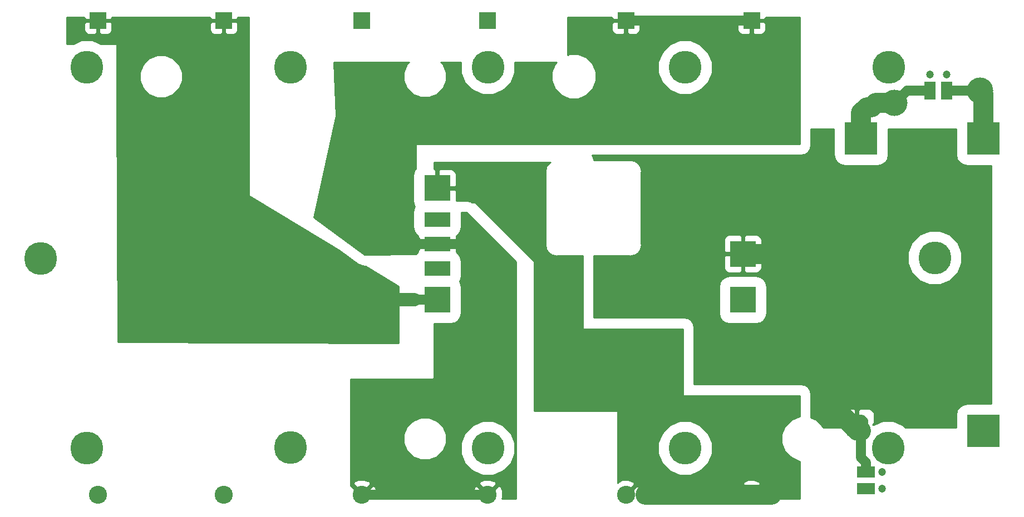
<source format=gtl>
G04 #@! TF.GenerationSoftware,KiCad,Pcbnew,(5.0.2)-1*
G04 #@! TF.CreationDate,2019-04-27T17:24:52-04:00*
G04 #@! TF.ProjectId,2p3s-pwr-pack,32703373-2d70-4777-922d-7061636b2e6b,V1*
G04 #@! TF.SameCoordinates,Original*
G04 #@! TF.FileFunction,Copper,L1,Top*
G04 #@! TF.FilePolarity,Positive*
%FSLAX46Y46*%
G04 Gerber Fmt 4.6, Leading zero omitted, Abs format (unit mm)*
G04 Created by KiCad (PCBNEW (5.0.2)-1) date 4/27/2019 5:24:52 PM*
%MOMM*%
%LPD*%
G01*
G04 APERTURE LIST*
G04 #@! TA.AperFunction,Conductor*
%ADD10C,0.150000*%
G04 #@! TD*
G04 #@! TA.AperFunction,ComponentPad*
%ADD11C,3.500000*%
G04 #@! TD*
G04 #@! TA.AperFunction,ComponentPad*
%ADD12R,5.000000X5.000000*%
G04 #@! TD*
G04 #@! TA.AperFunction,ComponentPad*
%ADD13R,2.500000X2.500000*%
G04 #@! TD*
G04 #@! TA.AperFunction,ComponentPad*
%ADD14C,2.750000*%
G04 #@! TD*
G04 #@! TA.AperFunction,BGAPad,CuDef*
%ADD15C,0.152400*%
G04 #@! TD*
G04 #@! TA.AperFunction,ComponentPad*
%ADD16C,1.200000*%
G04 #@! TD*
G04 #@! TA.AperFunction,ComponentPad*
%ADD17R,2.700000X1.700000*%
G04 #@! TD*
G04 #@! TA.AperFunction,ComponentPad*
%ADD18C,4.000000*%
G04 #@! TD*
G04 #@! TA.AperFunction,ComponentPad*
%ADD19R,4.000000X4.000000*%
G04 #@! TD*
G04 #@! TA.AperFunction,ComponentPad*
%ADD20R,4.000000X2.300000*%
G04 #@! TD*
G04 #@! TA.AperFunction,ComponentPad*
%ADD21C,5.000000*%
G04 #@! TD*
G04 #@! TA.AperFunction,ComponentPad*
%ADD22R,1.700000X2.700000*%
G04 #@! TD*
G04 #@! TA.AperFunction,Conductor*
%ADD23C,1.524000*%
G04 #@! TD*
G04 #@! TA.AperFunction,Conductor*
%ADD24C,3.048000*%
G04 #@! TD*
G04 #@! TA.AperFunction,Conductor*
%ADD25C,2.032000*%
G04 #@! TD*
G04 #@! TA.AperFunction,Conductor*
%ADD26C,0.254000*%
G04 #@! TD*
G04 APERTURE END LIST*
D10*
G04 #@! TO.N,GND1*
G04 #@! TO.C,MOD1*
G36*
X184493871Y-127475299D02*
X184612786Y-127492938D01*
X184729399Y-127522148D01*
X184842587Y-127562648D01*
X184951261Y-127614046D01*
X185054374Y-127675850D01*
X185150932Y-127747462D01*
X185240006Y-127828194D01*
X185320738Y-127917268D01*
X185392350Y-128013826D01*
X185454154Y-128116939D01*
X185505552Y-128225613D01*
X185546052Y-128338801D01*
X185575262Y-128455414D01*
X185592901Y-128574329D01*
X185598800Y-128694400D01*
X185598800Y-129744400D01*
X185592901Y-129864471D01*
X185575262Y-129983386D01*
X185546052Y-130099999D01*
X185505552Y-130213187D01*
X185454154Y-130321861D01*
X185392350Y-130424974D01*
X185320738Y-130521532D01*
X185240006Y-130610606D01*
X185150932Y-130691338D01*
X185054374Y-130762950D01*
X184951261Y-130824754D01*
X184842587Y-130876152D01*
X184729399Y-130916652D01*
X184612786Y-130945862D01*
X184493871Y-130963501D01*
X184373800Y-130969400D01*
X183323800Y-130969400D01*
X183203729Y-130963501D01*
X183084814Y-130945862D01*
X182968201Y-130916652D01*
X182855013Y-130876152D01*
X182746339Y-130824754D01*
X182643226Y-130762950D01*
X182546668Y-130691338D01*
X182457594Y-130610606D01*
X182376862Y-130521532D01*
X182305250Y-130424974D01*
X182243446Y-130321861D01*
X182192048Y-130213187D01*
X182151548Y-130099999D01*
X182122338Y-129983386D01*
X182104699Y-129864471D01*
X182098800Y-129744400D01*
X182098800Y-128694400D01*
X182104699Y-128574329D01*
X182122338Y-128455414D01*
X182151548Y-128338801D01*
X182192048Y-128225613D01*
X182243446Y-128116939D01*
X182305250Y-128013826D01*
X182376862Y-127917268D01*
X182457594Y-127828194D01*
X182546668Y-127747462D01*
X182643226Y-127675850D01*
X182746339Y-127614046D01*
X182855013Y-127562648D01*
X182968201Y-127522148D01*
X183084814Y-127492938D01*
X183203729Y-127475299D01*
X183323800Y-127469400D01*
X184373800Y-127469400D01*
X184493871Y-127475299D01*
X184493871Y-127475299D01*
G37*
D11*
G04 #@! TD*
G04 #@! TO.P,MOD1,3*
G04 #@! TO.N,GND1*
X183848800Y-129219400D03*
D12*
G04 #@! TO.P,MOD1,2*
G04 #@! TO.N,V_IN-*
X184500000Y-85400000D03*
G04 #@! TO.P,MOD1,1*
G04 #@! TO.N,V_IN+*
X203100000Y-85400000D03*
G04 #@! TO.P,MOD1,4*
G04 #@! TO.N,Net-(D1-Pad2)*
X203100000Y-130000000D03*
G04 #@! TD*
D13*
G04 #@! TO.P,BATT1,1*
G04 #@! TO.N,Net-(BATT1-Pad1)*
X167840001Y-67465001D03*
D14*
G04 #@! TO.P,BATT1,2*
G04 #@! TO.N,Net-(BATT1-Pad2)*
X167840001Y-139685001D03*
X148710001Y-139685001D03*
D13*
G04 #@! TO.P,BATT1,1*
G04 #@! TO.N,Net-(BATT1-Pad1)*
X148710001Y-67465001D03*
G04 #@! TD*
G04 #@! TO.P,BATT3,1*
G04 #@! TO.N,B+*
X68410001Y-67465001D03*
D14*
G04 #@! TO.P,BATT3,2*
G04 #@! TO.N,Net-(BATT2-Pad1)*
X68410001Y-139685001D03*
X87540001Y-139685001D03*
D13*
G04 #@! TO.P,BATT3,1*
G04 #@! TO.N,B+*
X87540001Y-67465001D03*
G04 #@! TD*
D15*
G04 #@! TO.P,BATT2,*
G04 #@! TO.N,*
X100616600Y-75955800D03*
D13*
G04 #@! TO.P,BATT2,1*
G04 #@! TO.N,Net-(BATT2-Pad1)*
X127681600Y-67445800D03*
D14*
G04 #@! TO.P,BATT2,2*
G04 #@! TO.N,Net-(BATT1-Pad1)*
X127681600Y-139665800D03*
X108551600Y-139665800D03*
D13*
G04 #@! TO.P,BATT2,1*
G04 #@! TO.N,Net-(BATT2-Pad1)*
X108551600Y-67445800D03*
G04 #@! TD*
D16*
G04 #@! TO.P,P13,*
G04 #@! TO.N,*
X187700000Y-136230000D03*
X187700000Y-138770000D03*
D17*
G04 #@! TO.P,P13,2*
G04 #@! TO.N,GND1*
X185250000Y-136230000D03*
G04 #@! TO.P,P13,1*
G04 #@! TO.N,P+*
X185250000Y-138770000D03*
G04 #@! TD*
D18*
G04 #@! TO.P,P14,1*
G04 #@! TO.N,V_IN+*
X202565000Y-78105000D03*
G04 #@! TD*
G04 #@! TO.P,P15,1*
G04 #@! TO.N,V_IN-*
X189560200Y-80010000D03*
G04 #@! TD*
D19*
G04 #@! TO.P,MOD2,6*
G04 #@! TO.N,GND1*
X166500000Y-103000000D03*
G04 #@! TO.P,MOD2,7*
G04 #@! TO.N,P+*
X166500000Y-110000000D03*
D20*
G04 #@! TO.P,MOD2,4*
G04 #@! TO.N,Net-(MOD2-Pad4)*
X120000000Y-97750000D03*
G04 #@! TO.P,MOD2,3*
G04 #@! TO.N,Net-(BATT1-Pad1)*
X120000000Y-101500000D03*
G04 #@! TO.P,MOD2,2*
G04 #@! TO.N,Net-(BATT2-Pad1)*
X120000000Y-105250000D03*
D19*
G04 #@! TO.P,MOD2,5*
G04 #@! TO.N,Net-(BATT1-Pad2)*
X120000000Y-93000000D03*
G04 #@! TO.P,MOD2,1*
G04 #@! TO.N,B+*
X120000000Y-110000000D03*
G04 #@! TD*
D21*
G04 #@! TO.P,P1,*
G04 #@! TO.N,*
X59700000Y-103700000D03*
G04 #@! TD*
G04 #@! TO.P,P2,*
G04 #@! TO.N,*
X66700000Y-74600000D03*
G04 #@! TD*
G04 #@! TO.P,P3,*
G04 #@! TO.N,*
X66700000Y-132600000D03*
G04 #@! TD*
G04 #@! TO.P,P4,*
G04 #@! TO.N,*
X97700000Y-74600000D03*
G04 #@! TD*
G04 #@! TO.P,P5,*
G04 #@! TO.N,*
X97700000Y-132500000D03*
G04 #@! TD*
G04 #@! TO.P,P6,*
G04 #@! TO.N,*
X127700000Y-74600000D03*
G04 #@! TD*
G04 #@! TO.P,P7,*
G04 #@! TO.N,*
X127700000Y-132600000D03*
G04 #@! TD*
G04 #@! TO.P,P8,*
G04 #@! TO.N,*
X157700000Y-74600000D03*
G04 #@! TD*
G04 #@! TO.P,P9,*
G04 #@! TO.N,*
X157700000Y-132600000D03*
G04 #@! TD*
G04 #@! TO.P,P10,*
G04 #@! TO.N,*
X188700000Y-74600000D03*
G04 #@! TD*
G04 #@! TO.P,P11,*
G04 #@! TO.N,*
X188600000Y-132600000D03*
G04 #@! TD*
G04 #@! TO.P,P12,*
G04 #@! TO.N,*
X195700000Y-103600000D03*
G04 #@! TD*
D22*
G04 #@! TO.P,P16,1*
G04 #@! TO.N,V_IN+*
X197485000Y-78105000D03*
G04 #@! TO.P,P16,2*
G04 #@! TO.N,V_IN-*
X194945000Y-78105000D03*
D16*
G04 #@! TO.P,P16,*
G04 #@! TO.N,*
X197485000Y-75655000D03*
X194945000Y-75655000D03*
G04 #@! TD*
D23*
G04 #@! TO.N,GND1*
X185250000Y-136230000D02*
X185250000Y-134790000D01*
X184500000Y-134040000D02*
X184500000Y-130000000D01*
X185250000Y-134790000D02*
X184500000Y-134040000D01*
D24*
X166500000Y-103000000D02*
X171548000Y-103000000D01*
X171548000Y-103000000D02*
X179362100Y-110814100D01*
X179362100Y-110814100D02*
X179362100Y-125374400D01*
X183987700Y-130000000D02*
X184500000Y-130000000D01*
X179362100Y-125374400D02*
X183987700Y-130000000D01*
D23*
G04 #@! TO.N,Net-(BATT1-Pad1)*
X120000000Y-101500000D02*
X116168500Y-101500000D01*
D24*
X116168500Y-101500000D02*
X114122200Y-99453700D01*
X114122200Y-99453700D02*
X114122200Y-94703900D01*
X114122200Y-94703900D02*
X111404400Y-91986100D01*
D23*
X120000000Y-101500000D02*
X123293200Y-101500000D01*
X125737057Y-139665800D02*
X108551600Y-139665800D01*
X127681600Y-139665800D02*
X125737057Y-139665800D01*
X151484001Y-67465001D02*
X167840001Y-67465001D01*
X148710001Y-67465001D02*
X151484001Y-67465001D01*
D24*
G04 #@! TO.N,Net-(BATT1-Pad2)*
X151710001Y-139685001D02*
X170840001Y-139685001D01*
D23*
G04 #@! TO.N,B+*
X120000000Y-110000000D02*
X116553200Y-110000000D01*
D25*
X116553200Y-110000000D02*
X115600700Y-110000000D01*
X115600700Y-110000000D02*
X112478600Y-110000000D01*
D24*
G04 #@! TO.N,V_IN+*
X203100000Y-78640000D02*
X202565000Y-78105000D01*
X203100000Y-85400000D02*
X203100000Y-78640000D01*
D23*
X197485000Y-78105000D02*
X202565000Y-78105000D01*
G04 #@! TO.N,V_IN-*
X191465200Y-78105000D02*
X189560200Y-80010000D01*
X194945000Y-78105000D02*
X191465200Y-78105000D01*
D24*
X186731773Y-80010000D02*
X186096773Y-80645000D01*
X189560200Y-80010000D02*
X186731773Y-80010000D01*
X186096773Y-80645000D02*
X185420000Y-80645000D01*
X184500000Y-81565000D02*
X184500000Y-85400000D01*
X185420000Y-80645000D02*
X184500000Y-81565000D01*
G04 #@! TD*
D26*
G04 #@! TO.N,B+*
G36*
X66271001Y-67052251D02*
X66493251Y-67274501D01*
X68219501Y-67274501D01*
X68219501Y-67254501D01*
X68600501Y-67254501D01*
X68600501Y-67274501D01*
X70326751Y-67274501D01*
X70549001Y-67052251D01*
X70549001Y-66952000D01*
X85401001Y-66952000D01*
X85401001Y-67052251D01*
X85623251Y-67274501D01*
X87349501Y-67274501D01*
X87349501Y-67254501D01*
X87730501Y-67254501D01*
X87730501Y-67274501D01*
X89456751Y-67274501D01*
X89679001Y-67052251D01*
X89679001Y-66952000D01*
X91313000Y-66952000D01*
X91313000Y-94056200D01*
X91322667Y-94104801D01*
X91350197Y-94146003D01*
X91374357Y-94164920D01*
X105083607Y-102442347D01*
X107967410Y-104551536D01*
X108316143Y-104745908D01*
X108939647Y-104865258D01*
X109094631Y-104864139D01*
X114134487Y-107907124D01*
X114084829Y-116547600D01*
X71462179Y-116446599D01*
X71247000Y-78739625D01*
X71247000Y-75329133D01*
X74728001Y-75329133D01*
X74728001Y-76620869D01*
X75222328Y-77814278D01*
X76135724Y-78727674D01*
X77329133Y-79222001D01*
X78620869Y-79222001D01*
X79814278Y-78727674D01*
X80727674Y-77814278D01*
X81222001Y-76620869D01*
X81222001Y-75329133D01*
X80727674Y-74135724D01*
X79814278Y-73222328D01*
X78620869Y-72728001D01*
X77329133Y-72728001D01*
X76135724Y-73222328D01*
X75222328Y-74135724D01*
X74728001Y-75329133D01*
X71247000Y-75329133D01*
X71247000Y-71120000D01*
X71237333Y-71071399D01*
X71209803Y-71030197D01*
X71168601Y-71002667D01*
X71120000Y-70993000D01*
X68776303Y-70993000D01*
X67520911Y-70473000D01*
X65879089Y-70473000D01*
X64623697Y-70993000D01*
X63627000Y-70993000D01*
X63627000Y-67877751D01*
X66271001Y-67877751D01*
X66271001Y-68891834D01*
X66406343Y-69218579D01*
X66656423Y-69468659D01*
X66983168Y-69604001D01*
X67997251Y-69604001D01*
X68219501Y-69381751D01*
X68219501Y-67655501D01*
X68600501Y-67655501D01*
X68600501Y-69381751D01*
X68822751Y-69604001D01*
X69836834Y-69604001D01*
X70163579Y-69468659D01*
X70413659Y-69218579D01*
X70549001Y-68891834D01*
X70549001Y-67877751D01*
X85401001Y-67877751D01*
X85401001Y-68891834D01*
X85536343Y-69218579D01*
X85786423Y-69468659D01*
X86113168Y-69604001D01*
X87127251Y-69604001D01*
X87349501Y-69381751D01*
X87349501Y-67655501D01*
X87730501Y-67655501D01*
X87730501Y-69381751D01*
X87952751Y-69604001D01*
X88966834Y-69604001D01*
X89293579Y-69468659D01*
X89543659Y-69218579D01*
X89679001Y-68891834D01*
X89679001Y-67877751D01*
X89456751Y-67655501D01*
X87730501Y-67655501D01*
X87349501Y-67655501D01*
X85623251Y-67655501D01*
X85401001Y-67877751D01*
X70549001Y-67877751D01*
X70326751Y-67655501D01*
X68600501Y-67655501D01*
X68219501Y-67655501D01*
X66493251Y-67655501D01*
X66271001Y-67877751D01*
X63627000Y-67877751D01*
X63627000Y-66952000D01*
X66271001Y-66952000D01*
X66271001Y-67052251D01*
X66271001Y-67052251D01*
G37*
X66271001Y-67052251D02*
X66493251Y-67274501D01*
X68219501Y-67274501D01*
X68219501Y-67254501D01*
X68600501Y-67254501D01*
X68600501Y-67274501D01*
X70326751Y-67274501D01*
X70549001Y-67052251D01*
X70549001Y-66952000D01*
X85401001Y-66952000D01*
X85401001Y-67052251D01*
X85623251Y-67274501D01*
X87349501Y-67274501D01*
X87349501Y-67254501D01*
X87730501Y-67254501D01*
X87730501Y-67274501D01*
X89456751Y-67274501D01*
X89679001Y-67052251D01*
X89679001Y-66952000D01*
X91313000Y-66952000D01*
X91313000Y-94056200D01*
X91322667Y-94104801D01*
X91350197Y-94146003D01*
X91374357Y-94164920D01*
X105083607Y-102442347D01*
X107967410Y-104551536D01*
X108316143Y-104745908D01*
X108939647Y-104865258D01*
X109094631Y-104864139D01*
X114134487Y-107907124D01*
X114084829Y-116547600D01*
X71462179Y-116446599D01*
X71247000Y-78739625D01*
X71247000Y-75329133D01*
X74728001Y-75329133D01*
X74728001Y-76620869D01*
X75222328Y-77814278D01*
X76135724Y-78727674D01*
X77329133Y-79222001D01*
X78620869Y-79222001D01*
X79814278Y-78727674D01*
X80727674Y-77814278D01*
X81222001Y-76620869D01*
X81222001Y-75329133D01*
X80727674Y-74135724D01*
X79814278Y-73222328D01*
X78620869Y-72728001D01*
X77329133Y-72728001D01*
X76135724Y-73222328D01*
X75222328Y-74135724D01*
X74728001Y-75329133D01*
X71247000Y-75329133D01*
X71247000Y-71120000D01*
X71237333Y-71071399D01*
X71209803Y-71030197D01*
X71168601Y-71002667D01*
X71120000Y-70993000D01*
X68776303Y-70993000D01*
X67520911Y-70473000D01*
X65879089Y-70473000D01*
X64623697Y-70993000D01*
X63627000Y-70993000D01*
X63627000Y-67877751D01*
X66271001Y-67877751D01*
X66271001Y-68891834D01*
X66406343Y-69218579D01*
X66656423Y-69468659D01*
X66983168Y-69604001D01*
X67997251Y-69604001D01*
X68219501Y-69381751D01*
X68219501Y-67655501D01*
X68600501Y-67655501D01*
X68600501Y-69381751D01*
X68822751Y-69604001D01*
X69836834Y-69604001D01*
X70163579Y-69468659D01*
X70413659Y-69218579D01*
X70549001Y-68891834D01*
X70549001Y-67877751D01*
X85401001Y-67877751D01*
X85401001Y-68891834D01*
X85536343Y-69218579D01*
X85786423Y-69468659D01*
X86113168Y-69604001D01*
X87127251Y-69604001D01*
X87349501Y-69381751D01*
X87349501Y-67655501D01*
X87730501Y-67655501D01*
X87730501Y-69381751D01*
X87952751Y-69604001D01*
X88966834Y-69604001D01*
X89293579Y-69468659D01*
X89543659Y-69218579D01*
X89679001Y-68891834D01*
X89679001Y-67877751D01*
X89456751Y-67655501D01*
X87730501Y-67655501D01*
X87349501Y-67655501D01*
X85623251Y-67655501D01*
X85401001Y-67877751D01*
X70549001Y-67877751D01*
X70326751Y-67655501D01*
X68600501Y-67655501D01*
X68219501Y-67655501D01*
X66493251Y-67655501D01*
X66271001Y-67877751D01*
X63627000Y-67877751D01*
X63627000Y-66952000D01*
X66271001Y-66952000D01*
X66271001Y-67052251D01*
G04 #@! TO.N,Net-(BATT1-Pad1)*
G36*
X146571001Y-67052251D02*
X146793251Y-67274501D01*
X148519501Y-67274501D01*
X148519501Y-67254501D01*
X148900501Y-67254501D01*
X148900501Y-67274501D01*
X150626751Y-67274501D01*
X150849001Y-67052251D01*
X150849001Y-66952000D01*
X165701001Y-66952000D01*
X165701001Y-67052251D01*
X165923251Y-67274501D01*
X167649501Y-67274501D01*
X167649501Y-67254501D01*
X168030501Y-67254501D01*
X168030501Y-67274501D01*
X169756751Y-67274501D01*
X169979001Y-67052251D01*
X169979001Y-66952000D01*
X175133000Y-66952000D01*
X175133000Y-86233000D01*
X116840000Y-86233000D01*
X116791399Y-86242667D01*
X116750197Y-86270197D01*
X116722667Y-86311399D01*
X116713000Y-86360000D01*
X116713000Y-89997610D01*
X116467400Y-90365176D01*
X116341126Y-91000000D01*
X116341126Y-95000000D01*
X116467400Y-95634824D01*
X116577767Y-95800000D01*
X116467400Y-95965176D01*
X116341126Y-96600000D01*
X116341126Y-98900000D01*
X116467400Y-99534824D01*
X116826999Y-100073001D01*
X117111000Y-100262765D01*
X117111000Y-101087250D01*
X117333250Y-101309500D01*
X119809500Y-101309500D01*
X119809500Y-101289500D01*
X120190500Y-101289500D01*
X120190500Y-101309500D01*
X122666750Y-101309500D01*
X122889000Y-101087250D01*
X122889000Y-100262765D01*
X123173001Y-100073001D01*
X123532600Y-99534824D01*
X123658874Y-98900000D01*
X123658874Y-96647000D01*
X124407394Y-96647000D01*
X131953000Y-104192606D01*
X131953000Y-140298000D01*
X129860843Y-140298000D01*
X129962990Y-140017600D01*
X129923957Y-139117771D01*
X129654701Y-138467729D01*
X129285239Y-138331569D01*
X127951008Y-139665800D01*
X127965150Y-139679942D01*
X127695742Y-139949350D01*
X127681600Y-139935208D01*
X127667458Y-139949350D01*
X127398050Y-139679942D01*
X127412192Y-139665800D01*
X126077961Y-138331569D01*
X125708499Y-138467729D01*
X125400210Y-139314000D01*
X125439243Y-140213829D01*
X125474108Y-140298000D01*
X110730843Y-140298000D01*
X110832990Y-140017600D01*
X110793957Y-139117771D01*
X110524701Y-138467729D01*
X110155239Y-138331569D01*
X108821008Y-139665800D01*
X108835150Y-139679942D01*
X108565742Y-139949350D01*
X108551600Y-139935208D01*
X108537458Y-139949350D01*
X108268050Y-139679942D01*
X108282192Y-139665800D01*
X106947961Y-138331569D01*
X106807000Y-138383518D01*
X106807000Y-138062161D01*
X107217369Y-138062161D01*
X108551600Y-139396392D01*
X109885831Y-138062161D01*
X126347369Y-138062161D01*
X127681600Y-139396392D01*
X129015831Y-138062161D01*
X128879671Y-137692699D01*
X128033400Y-137384410D01*
X127133571Y-137423443D01*
X126483529Y-137692699D01*
X126347369Y-138062161D01*
X109885831Y-138062161D01*
X109749671Y-137692699D01*
X108903400Y-137384410D01*
X108003571Y-137423443D01*
X107353529Y-137692699D01*
X107217369Y-138062161D01*
X106807000Y-138062161D01*
X106807000Y-130509932D01*
X114869600Y-130509932D01*
X114869600Y-131801668D01*
X115363927Y-132995077D01*
X116277323Y-133908473D01*
X117470732Y-134402800D01*
X118762468Y-134402800D01*
X119955877Y-133908473D01*
X120869273Y-132995077D01*
X121363600Y-131801668D01*
X121363600Y-131779089D01*
X123573000Y-131779089D01*
X123573000Y-133420911D01*
X124201298Y-134937758D01*
X125362242Y-136098702D01*
X126879089Y-136727000D01*
X128520911Y-136727000D01*
X130037758Y-136098702D01*
X131198702Y-134937758D01*
X131827000Y-133420911D01*
X131827000Y-131779089D01*
X131198702Y-130262242D01*
X130037758Y-129101298D01*
X128520911Y-128473000D01*
X126879089Y-128473000D01*
X125362242Y-129101298D01*
X124201298Y-130262242D01*
X123573000Y-131779089D01*
X121363600Y-131779089D01*
X121363600Y-130509932D01*
X120869273Y-129316523D01*
X119955877Y-128403127D01*
X118762468Y-127908800D01*
X117470732Y-127908800D01*
X116277323Y-128403127D01*
X115363927Y-129316523D01*
X114869600Y-130509932D01*
X106807000Y-130509932D01*
X106807000Y-122047000D01*
X119380000Y-122047000D01*
X119428601Y-122037333D01*
X119469803Y-122009803D01*
X119497333Y-121968601D01*
X119506998Y-121920688D01*
X119551747Y-113658874D01*
X122000000Y-113658874D01*
X122634824Y-113532600D01*
X123173001Y-113173001D01*
X123532600Y-112634824D01*
X123658874Y-112000000D01*
X123658874Y-108000000D01*
X123532600Y-107365176D01*
X123422233Y-107200000D01*
X123532600Y-107034824D01*
X123658874Y-106400000D01*
X123658874Y-104100000D01*
X123532600Y-103465176D01*
X123173001Y-102926999D01*
X122889000Y-102737235D01*
X122889000Y-101912750D01*
X122666750Y-101690500D01*
X120190500Y-101690500D01*
X120190500Y-101710500D01*
X119809500Y-101710500D01*
X119809500Y-101690500D01*
X117333250Y-101690500D01*
X117111000Y-101912750D01*
X117111000Y-102737235D01*
X116826999Y-102926999D01*
X116741551Y-103054880D01*
X108968977Y-103111000D01*
X101221102Y-97444270D01*
X104619644Y-81967639D01*
X104622483Y-81934951D01*
X104272571Y-73787000D01*
X115693450Y-73787000D01*
X115363927Y-74116523D01*
X114869600Y-75309932D01*
X114869600Y-76601668D01*
X115363927Y-77795077D01*
X116277323Y-78708473D01*
X117470732Y-79202800D01*
X118762468Y-79202800D01*
X119955877Y-78708473D01*
X120869273Y-77795077D01*
X121363600Y-76601668D01*
X121363600Y-75309932D01*
X120869273Y-74116523D01*
X120539750Y-73787000D01*
X123573000Y-73787000D01*
X123573000Y-75420911D01*
X124201298Y-76937758D01*
X125362242Y-78098702D01*
X126879089Y-78727000D01*
X128520911Y-78727000D01*
X130037758Y-78098702D01*
X131198702Y-76937758D01*
X131827000Y-75420911D01*
X131827000Y-73787000D01*
X138151848Y-73787000D01*
X137890925Y-74047923D01*
X137373001Y-75298301D01*
X137373001Y-76651701D01*
X137890925Y-77902079D01*
X138847923Y-78859077D01*
X140098301Y-79377001D01*
X141451701Y-79377001D01*
X142702079Y-78859077D01*
X143659077Y-77902079D01*
X144177001Y-76651701D01*
X144177001Y-75298301D01*
X143659077Y-74047923D01*
X143390243Y-73779089D01*
X153573000Y-73779089D01*
X153573000Y-75420911D01*
X154201298Y-76937758D01*
X155362242Y-78098702D01*
X156879089Y-78727000D01*
X158520911Y-78727000D01*
X160037758Y-78098702D01*
X161198702Y-76937758D01*
X161827000Y-75420911D01*
X161827000Y-73779089D01*
X161198702Y-72262242D01*
X160037758Y-71101298D01*
X158520911Y-70473000D01*
X156879089Y-70473000D01*
X155362242Y-71101298D01*
X154201298Y-72262242D01*
X153573000Y-73779089D01*
X143390243Y-73779089D01*
X142702079Y-73090925D01*
X141451701Y-72573001D01*
X140098301Y-72573001D01*
X139827000Y-72685378D01*
X139827000Y-67877751D01*
X146571001Y-67877751D01*
X146571001Y-68891834D01*
X146706343Y-69218579D01*
X146956423Y-69468659D01*
X147283168Y-69604001D01*
X148297251Y-69604001D01*
X148519501Y-69381751D01*
X148519501Y-67655501D01*
X148900501Y-67655501D01*
X148900501Y-69381751D01*
X149122751Y-69604001D01*
X150136834Y-69604001D01*
X150463579Y-69468659D01*
X150713659Y-69218579D01*
X150849001Y-68891834D01*
X150849001Y-67877751D01*
X165701001Y-67877751D01*
X165701001Y-68891834D01*
X165836343Y-69218579D01*
X166086423Y-69468659D01*
X166413168Y-69604001D01*
X167427251Y-69604001D01*
X167649501Y-69381751D01*
X167649501Y-67655501D01*
X168030501Y-67655501D01*
X168030501Y-69381751D01*
X168252751Y-69604001D01*
X169266834Y-69604001D01*
X169593579Y-69468659D01*
X169843659Y-69218579D01*
X169979001Y-68891834D01*
X169979001Y-67877751D01*
X169756751Y-67655501D01*
X168030501Y-67655501D01*
X167649501Y-67655501D01*
X165923251Y-67655501D01*
X165701001Y-67877751D01*
X150849001Y-67877751D01*
X150626751Y-67655501D01*
X148900501Y-67655501D01*
X148519501Y-67655501D01*
X146793251Y-67655501D01*
X146571001Y-67877751D01*
X139827000Y-67877751D01*
X139827000Y-66952000D01*
X146571001Y-66952000D01*
X146571001Y-67052251D01*
X146571001Y-67052251D01*
G37*
X146571001Y-67052251D02*
X146793251Y-67274501D01*
X148519501Y-67274501D01*
X148519501Y-67254501D01*
X148900501Y-67254501D01*
X148900501Y-67274501D01*
X150626751Y-67274501D01*
X150849001Y-67052251D01*
X150849001Y-66952000D01*
X165701001Y-66952000D01*
X165701001Y-67052251D01*
X165923251Y-67274501D01*
X167649501Y-67274501D01*
X167649501Y-67254501D01*
X168030501Y-67254501D01*
X168030501Y-67274501D01*
X169756751Y-67274501D01*
X169979001Y-67052251D01*
X169979001Y-66952000D01*
X175133000Y-66952000D01*
X175133000Y-86233000D01*
X116840000Y-86233000D01*
X116791399Y-86242667D01*
X116750197Y-86270197D01*
X116722667Y-86311399D01*
X116713000Y-86360000D01*
X116713000Y-89997610D01*
X116467400Y-90365176D01*
X116341126Y-91000000D01*
X116341126Y-95000000D01*
X116467400Y-95634824D01*
X116577767Y-95800000D01*
X116467400Y-95965176D01*
X116341126Y-96600000D01*
X116341126Y-98900000D01*
X116467400Y-99534824D01*
X116826999Y-100073001D01*
X117111000Y-100262765D01*
X117111000Y-101087250D01*
X117333250Y-101309500D01*
X119809500Y-101309500D01*
X119809500Y-101289500D01*
X120190500Y-101289500D01*
X120190500Y-101309500D01*
X122666750Y-101309500D01*
X122889000Y-101087250D01*
X122889000Y-100262765D01*
X123173001Y-100073001D01*
X123532600Y-99534824D01*
X123658874Y-98900000D01*
X123658874Y-96647000D01*
X124407394Y-96647000D01*
X131953000Y-104192606D01*
X131953000Y-140298000D01*
X129860843Y-140298000D01*
X129962990Y-140017600D01*
X129923957Y-139117771D01*
X129654701Y-138467729D01*
X129285239Y-138331569D01*
X127951008Y-139665800D01*
X127965150Y-139679942D01*
X127695742Y-139949350D01*
X127681600Y-139935208D01*
X127667458Y-139949350D01*
X127398050Y-139679942D01*
X127412192Y-139665800D01*
X126077961Y-138331569D01*
X125708499Y-138467729D01*
X125400210Y-139314000D01*
X125439243Y-140213829D01*
X125474108Y-140298000D01*
X110730843Y-140298000D01*
X110832990Y-140017600D01*
X110793957Y-139117771D01*
X110524701Y-138467729D01*
X110155239Y-138331569D01*
X108821008Y-139665800D01*
X108835150Y-139679942D01*
X108565742Y-139949350D01*
X108551600Y-139935208D01*
X108537458Y-139949350D01*
X108268050Y-139679942D01*
X108282192Y-139665800D01*
X106947961Y-138331569D01*
X106807000Y-138383518D01*
X106807000Y-138062161D01*
X107217369Y-138062161D01*
X108551600Y-139396392D01*
X109885831Y-138062161D01*
X126347369Y-138062161D01*
X127681600Y-139396392D01*
X129015831Y-138062161D01*
X128879671Y-137692699D01*
X128033400Y-137384410D01*
X127133571Y-137423443D01*
X126483529Y-137692699D01*
X126347369Y-138062161D01*
X109885831Y-138062161D01*
X109749671Y-137692699D01*
X108903400Y-137384410D01*
X108003571Y-137423443D01*
X107353529Y-137692699D01*
X107217369Y-138062161D01*
X106807000Y-138062161D01*
X106807000Y-130509932D01*
X114869600Y-130509932D01*
X114869600Y-131801668D01*
X115363927Y-132995077D01*
X116277323Y-133908473D01*
X117470732Y-134402800D01*
X118762468Y-134402800D01*
X119955877Y-133908473D01*
X120869273Y-132995077D01*
X121363600Y-131801668D01*
X121363600Y-131779089D01*
X123573000Y-131779089D01*
X123573000Y-133420911D01*
X124201298Y-134937758D01*
X125362242Y-136098702D01*
X126879089Y-136727000D01*
X128520911Y-136727000D01*
X130037758Y-136098702D01*
X131198702Y-134937758D01*
X131827000Y-133420911D01*
X131827000Y-131779089D01*
X131198702Y-130262242D01*
X130037758Y-129101298D01*
X128520911Y-128473000D01*
X126879089Y-128473000D01*
X125362242Y-129101298D01*
X124201298Y-130262242D01*
X123573000Y-131779089D01*
X121363600Y-131779089D01*
X121363600Y-130509932D01*
X120869273Y-129316523D01*
X119955877Y-128403127D01*
X118762468Y-127908800D01*
X117470732Y-127908800D01*
X116277323Y-128403127D01*
X115363927Y-129316523D01*
X114869600Y-130509932D01*
X106807000Y-130509932D01*
X106807000Y-122047000D01*
X119380000Y-122047000D01*
X119428601Y-122037333D01*
X119469803Y-122009803D01*
X119497333Y-121968601D01*
X119506998Y-121920688D01*
X119551747Y-113658874D01*
X122000000Y-113658874D01*
X122634824Y-113532600D01*
X123173001Y-113173001D01*
X123532600Y-112634824D01*
X123658874Y-112000000D01*
X123658874Y-108000000D01*
X123532600Y-107365176D01*
X123422233Y-107200000D01*
X123532600Y-107034824D01*
X123658874Y-106400000D01*
X123658874Y-104100000D01*
X123532600Y-103465176D01*
X123173001Y-102926999D01*
X122889000Y-102737235D01*
X122889000Y-101912750D01*
X122666750Y-101690500D01*
X120190500Y-101690500D01*
X120190500Y-101710500D01*
X119809500Y-101710500D01*
X119809500Y-101690500D01*
X117333250Y-101690500D01*
X117111000Y-101912750D01*
X117111000Y-102737235D01*
X116826999Y-102926999D01*
X116741551Y-103054880D01*
X108968977Y-103111000D01*
X101221102Y-97444270D01*
X104619644Y-81967639D01*
X104622483Y-81934951D01*
X104272571Y-73787000D01*
X115693450Y-73787000D01*
X115363927Y-74116523D01*
X114869600Y-75309932D01*
X114869600Y-76601668D01*
X115363927Y-77795077D01*
X116277323Y-78708473D01*
X117470732Y-79202800D01*
X118762468Y-79202800D01*
X119955877Y-78708473D01*
X120869273Y-77795077D01*
X121363600Y-76601668D01*
X121363600Y-75309932D01*
X120869273Y-74116523D01*
X120539750Y-73787000D01*
X123573000Y-73787000D01*
X123573000Y-75420911D01*
X124201298Y-76937758D01*
X125362242Y-78098702D01*
X126879089Y-78727000D01*
X128520911Y-78727000D01*
X130037758Y-78098702D01*
X131198702Y-76937758D01*
X131827000Y-75420911D01*
X131827000Y-73787000D01*
X138151848Y-73787000D01*
X137890925Y-74047923D01*
X137373001Y-75298301D01*
X137373001Y-76651701D01*
X137890925Y-77902079D01*
X138847923Y-78859077D01*
X140098301Y-79377001D01*
X141451701Y-79377001D01*
X142702079Y-78859077D01*
X143659077Y-77902079D01*
X144177001Y-76651701D01*
X144177001Y-75298301D01*
X143659077Y-74047923D01*
X143390243Y-73779089D01*
X153573000Y-73779089D01*
X153573000Y-75420911D01*
X154201298Y-76937758D01*
X155362242Y-78098702D01*
X156879089Y-78727000D01*
X158520911Y-78727000D01*
X160037758Y-78098702D01*
X161198702Y-76937758D01*
X161827000Y-75420911D01*
X161827000Y-73779089D01*
X161198702Y-72262242D01*
X160037758Y-71101298D01*
X158520911Y-70473000D01*
X156879089Y-70473000D01*
X155362242Y-71101298D01*
X154201298Y-72262242D01*
X153573000Y-73779089D01*
X143390243Y-73779089D01*
X142702079Y-73090925D01*
X141451701Y-72573001D01*
X140098301Y-72573001D01*
X139827000Y-72685378D01*
X139827000Y-67877751D01*
X146571001Y-67877751D01*
X146571001Y-68891834D01*
X146706343Y-69218579D01*
X146956423Y-69468659D01*
X147283168Y-69604001D01*
X148297251Y-69604001D01*
X148519501Y-69381751D01*
X148519501Y-67655501D01*
X148900501Y-67655501D01*
X148900501Y-69381751D01*
X149122751Y-69604001D01*
X150136834Y-69604001D01*
X150463579Y-69468659D01*
X150713659Y-69218579D01*
X150849001Y-68891834D01*
X150849001Y-67877751D01*
X165701001Y-67877751D01*
X165701001Y-68891834D01*
X165836343Y-69218579D01*
X166086423Y-69468659D01*
X166413168Y-69604001D01*
X167427251Y-69604001D01*
X167649501Y-69381751D01*
X167649501Y-67655501D01*
X168030501Y-67655501D01*
X168030501Y-69381751D01*
X168252751Y-69604001D01*
X169266834Y-69604001D01*
X169593579Y-69468659D01*
X169843659Y-69218579D01*
X169979001Y-68891834D01*
X169979001Y-67877751D01*
X169756751Y-67655501D01*
X168030501Y-67655501D01*
X167649501Y-67655501D01*
X165923251Y-67655501D01*
X165701001Y-67877751D01*
X150849001Y-67877751D01*
X150626751Y-67655501D01*
X148900501Y-67655501D01*
X148519501Y-67655501D01*
X146793251Y-67655501D01*
X146571001Y-67877751D01*
X139827000Y-67877751D01*
X139827000Y-66952000D01*
X146571001Y-66952000D01*
X146571001Y-67052251D01*
G04 #@! TO.N,Net-(BATT1-Pad2)*
G36*
X136948926Y-89196926D02*
X136572751Y-89759913D01*
X136440656Y-90424000D01*
X136474000Y-90591632D01*
X136474001Y-101432363D01*
X136440656Y-101600000D01*
X136572751Y-102264087D01*
X136948926Y-102827074D01*
X137511913Y-103203249D01*
X138008368Y-103302000D01*
X138176000Y-103335344D01*
X138343632Y-103302000D01*
X142113000Y-103302000D01*
X142113000Y-114300000D01*
X142122667Y-114348601D01*
X142150197Y-114389803D01*
X142191399Y-114417333D01*
X142240000Y-114427000D01*
X157353000Y-114427000D01*
X157353000Y-124460000D01*
X157362667Y-124508601D01*
X157390197Y-124549803D01*
X157431399Y-124577333D01*
X157480000Y-124587000D01*
X175133000Y-124587000D01*
X175133000Y-127773001D01*
X175098301Y-127773001D01*
X173847923Y-128290925D01*
X172890925Y-129247923D01*
X172373001Y-130498301D01*
X172373001Y-131851701D01*
X172890925Y-133102079D01*
X173847923Y-134059077D01*
X175098301Y-134577001D01*
X175133000Y-134577001D01*
X175133000Y-140298000D01*
X170026239Y-140298000D01*
X170121391Y-140036801D01*
X170082358Y-139136972D01*
X169813102Y-138486930D01*
X169443640Y-138350770D01*
X168109409Y-139685001D01*
X168123551Y-139699143D01*
X167854143Y-139968551D01*
X167840001Y-139954409D01*
X167825859Y-139968551D01*
X167556451Y-139699143D01*
X167570593Y-139685001D01*
X166236362Y-138350770D01*
X165866900Y-138486930D01*
X165558611Y-139333201D01*
X165597644Y-140233030D01*
X165624555Y-140298000D01*
X150896239Y-140298000D01*
X150991391Y-140036801D01*
X150952358Y-139136972D01*
X150683102Y-138486930D01*
X150313640Y-138350770D01*
X148979409Y-139685001D01*
X148993551Y-139699143D01*
X148724143Y-139968551D01*
X148710001Y-139954409D01*
X148695859Y-139968551D01*
X148426451Y-139699143D01*
X148440593Y-139685001D01*
X148426451Y-139670859D01*
X148695859Y-139401451D01*
X148710001Y-139415593D01*
X150044232Y-138081362D01*
X166505770Y-138081362D01*
X167840001Y-139415593D01*
X169174232Y-138081362D01*
X169038072Y-137711900D01*
X168191801Y-137403611D01*
X167291972Y-137442644D01*
X166641930Y-137711900D01*
X166505770Y-138081362D01*
X150044232Y-138081362D01*
X149908072Y-137711900D01*
X149061801Y-137403611D01*
X148161972Y-137442644D01*
X147511930Y-137711900D01*
X147447000Y-137888084D01*
X147447000Y-131779089D01*
X153573000Y-131779089D01*
X153573000Y-133420911D01*
X154201298Y-134937758D01*
X155362242Y-136098702D01*
X156879089Y-136727000D01*
X158520911Y-136727000D01*
X160037758Y-136098702D01*
X161198702Y-134937758D01*
X161827000Y-133420911D01*
X161827000Y-131779089D01*
X161198702Y-130262242D01*
X160037758Y-129101298D01*
X158520911Y-128473000D01*
X156879089Y-128473000D01*
X155362242Y-129101298D01*
X154201298Y-130262242D01*
X153573000Y-131779089D01*
X147447000Y-131779089D01*
X147447000Y-127000000D01*
X147437333Y-126951399D01*
X147409803Y-126910197D01*
X147368601Y-126882667D01*
X147320000Y-126873000D01*
X134747000Y-126873000D01*
X134747000Y-104140000D01*
X134737333Y-104091399D01*
X134709803Y-104050197D01*
X125819803Y-95160197D01*
X125778601Y-95132667D01*
X125730000Y-95123000D01*
X125241494Y-95123000D01*
X125082626Y-95016848D01*
X124460000Y-94893000D01*
X122889000Y-94893000D01*
X122889000Y-93412750D01*
X122666750Y-93190500D01*
X120190500Y-93190500D01*
X120190500Y-93210500D01*
X119809500Y-93210500D01*
X119809500Y-93190500D01*
X119789500Y-93190500D01*
X119789500Y-92809500D01*
X119809500Y-92809500D01*
X119809500Y-90333250D01*
X120190500Y-90333250D01*
X120190500Y-92809500D01*
X122666750Y-92809500D01*
X122889000Y-92587250D01*
X122889000Y-90823167D01*
X122753658Y-90496422D01*
X122503578Y-90246342D01*
X122176833Y-90111000D01*
X120412750Y-90111000D01*
X120190500Y-90333250D01*
X119809500Y-90333250D01*
X119587250Y-90111000D01*
X119507000Y-90111000D01*
X119507000Y-89027000D01*
X137203239Y-89027000D01*
X136948926Y-89196926D01*
X136948926Y-89196926D01*
G37*
X136948926Y-89196926D02*
X136572751Y-89759913D01*
X136440656Y-90424000D01*
X136474000Y-90591632D01*
X136474001Y-101432363D01*
X136440656Y-101600000D01*
X136572751Y-102264087D01*
X136948926Y-102827074D01*
X137511913Y-103203249D01*
X138008368Y-103302000D01*
X138176000Y-103335344D01*
X138343632Y-103302000D01*
X142113000Y-103302000D01*
X142113000Y-114300000D01*
X142122667Y-114348601D01*
X142150197Y-114389803D01*
X142191399Y-114417333D01*
X142240000Y-114427000D01*
X157353000Y-114427000D01*
X157353000Y-124460000D01*
X157362667Y-124508601D01*
X157390197Y-124549803D01*
X157431399Y-124577333D01*
X157480000Y-124587000D01*
X175133000Y-124587000D01*
X175133000Y-127773001D01*
X175098301Y-127773001D01*
X173847923Y-128290925D01*
X172890925Y-129247923D01*
X172373001Y-130498301D01*
X172373001Y-131851701D01*
X172890925Y-133102079D01*
X173847923Y-134059077D01*
X175098301Y-134577001D01*
X175133000Y-134577001D01*
X175133000Y-140298000D01*
X170026239Y-140298000D01*
X170121391Y-140036801D01*
X170082358Y-139136972D01*
X169813102Y-138486930D01*
X169443640Y-138350770D01*
X168109409Y-139685001D01*
X168123551Y-139699143D01*
X167854143Y-139968551D01*
X167840001Y-139954409D01*
X167825859Y-139968551D01*
X167556451Y-139699143D01*
X167570593Y-139685001D01*
X166236362Y-138350770D01*
X165866900Y-138486930D01*
X165558611Y-139333201D01*
X165597644Y-140233030D01*
X165624555Y-140298000D01*
X150896239Y-140298000D01*
X150991391Y-140036801D01*
X150952358Y-139136972D01*
X150683102Y-138486930D01*
X150313640Y-138350770D01*
X148979409Y-139685001D01*
X148993551Y-139699143D01*
X148724143Y-139968551D01*
X148710001Y-139954409D01*
X148695859Y-139968551D01*
X148426451Y-139699143D01*
X148440593Y-139685001D01*
X148426451Y-139670859D01*
X148695859Y-139401451D01*
X148710001Y-139415593D01*
X150044232Y-138081362D01*
X166505770Y-138081362D01*
X167840001Y-139415593D01*
X169174232Y-138081362D01*
X169038072Y-137711900D01*
X168191801Y-137403611D01*
X167291972Y-137442644D01*
X166641930Y-137711900D01*
X166505770Y-138081362D01*
X150044232Y-138081362D01*
X149908072Y-137711900D01*
X149061801Y-137403611D01*
X148161972Y-137442644D01*
X147511930Y-137711900D01*
X147447000Y-137888084D01*
X147447000Y-131779089D01*
X153573000Y-131779089D01*
X153573000Y-133420911D01*
X154201298Y-134937758D01*
X155362242Y-136098702D01*
X156879089Y-136727000D01*
X158520911Y-136727000D01*
X160037758Y-136098702D01*
X161198702Y-134937758D01*
X161827000Y-133420911D01*
X161827000Y-131779089D01*
X161198702Y-130262242D01*
X160037758Y-129101298D01*
X158520911Y-128473000D01*
X156879089Y-128473000D01*
X155362242Y-129101298D01*
X154201298Y-130262242D01*
X153573000Y-131779089D01*
X147447000Y-131779089D01*
X147447000Y-127000000D01*
X147437333Y-126951399D01*
X147409803Y-126910197D01*
X147368601Y-126882667D01*
X147320000Y-126873000D01*
X134747000Y-126873000D01*
X134747000Y-104140000D01*
X134737333Y-104091399D01*
X134709803Y-104050197D01*
X125819803Y-95160197D01*
X125778601Y-95132667D01*
X125730000Y-95123000D01*
X125241494Y-95123000D01*
X125082626Y-95016848D01*
X124460000Y-94893000D01*
X122889000Y-94893000D01*
X122889000Y-93412750D01*
X122666750Y-93190500D01*
X120190500Y-93190500D01*
X120190500Y-93210500D01*
X119809500Y-93210500D01*
X119809500Y-93190500D01*
X119789500Y-93190500D01*
X119789500Y-92809500D01*
X119809500Y-92809500D01*
X119809500Y-90333250D01*
X120190500Y-90333250D01*
X120190500Y-92809500D01*
X122666750Y-92809500D01*
X122889000Y-92587250D01*
X122889000Y-90823167D01*
X122753658Y-90496422D01*
X122503578Y-90246342D01*
X122176833Y-90111000D01*
X120412750Y-90111000D01*
X120190500Y-90333250D01*
X119809500Y-90333250D01*
X119587250Y-90111000D01*
X119507000Y-90111000D01*
X119507000Y-89027000D01*
X137203239Y-89027000D01*
X136948926Y-89196926D01*
G04 #@! TO.N,GND1*
G36*
X180341126Y-87900000D02*
X180467400Y-88534824D01*
X180826999Y-89073001D01*
X181365176Y-89432600D01*
X182000000Y-89558874D01*
X187000000Y-89558874D01*
X187634824Y-89432600D01*
X188173001Y-89073001D01*
X188532600Y-88534824D01*
X188658874Y-87900000D01*
X188658874Y-83947000D01*
X198941126Y-83947000D01*
X198941126Y-87900000D01*
X199067400Y-88534824D01*
X199426999Y-89073001D01*
X199965176Y-89432600D01*
X200600000Y-89558874D01*
X204298001Y-89558874D01*
X204298000Y-125841126D01*
X200600000Y-125841126D01*
X199965176Y-125967400D01*
X199426999Y-126326999D01*
X199067400Y-126865176D01*
X198941126Y-127500000D01*
X198941126Y-129413000D01*
X191249460Y-129413000D01*
X190937758Y-129101298D01*
X189420911Y-128473000D01*
X187779089Y-128473000D01*
X186437031Y-129028898D01*
X186265552Y-129028898D01*
X186487800Y-128806650D01*
X186487800Y-127292567D01*
X186352458Y-126965822D01*
X186102378Y-126715742D01*
X185775633Y-126580400D01*
X184261550Y-126580400D01*
X184039300Y-126802650D01*
X184039300Y-129028900D01*
X184059300Y-129028900D01*
X184059300Y-129409900D01*
X184039300Y-129409900D01*
X184039300Y-129413000D01*
X183658300Y-129413000D01*
X183658300Y-129409900D01*
X181432050Y-129409900D01*
X181428950Y-129413000D01*
X178727454Y-129413000D01*
X178659077Y-129247923D01*
X177702079Y-128290925D01*
X176887000Y-127953308D01*
X176887000Y-127292567D01*
X181209800Y-127292567D01*
X181209800Y-128806650D01*
X181432050Y-129028900D01*
X183658300Y-129028900D01*
X183658300Y-126802650D01*
X183436050Y-126580400D01*
X181921967Y-126580400D01*
X181595222Y-126715742D01*
X181345142Y-126965822D01*
X181209800Y-127292567D01*
X176887000Y-127292567D01*
X176887000Y-124460000D01*
X176763152Y-123837374D01*
X176410463Y-123309537D01*
X175882626Y-122956848D01*
X175260000Y-122833000D01*
X159107000Y-122833000D01*
X159107000Y-114300000D01*
X158983152Y-113677374D01*
X158630463Y-113149537D01*
X158102626Y-112796848D01*
X157480000Y-112673000D01*
X143867000Y-112673000D01*
X143867000Y-108000000D01*
X162841126Y-108000000D01*
X162841126Y-112000000D01*
X162967400Y-112634824D01*
X163326999Y-113173001D01*
X163865176Y-113532600D01*
X164500000Y-113658874D01*
X168500000Y-113658874D01*
X169134824Y-113532600D01*
X169673001Y-113173001D01*
X170032600Y-112634824D01*
X170158874Y-112000000D01*
X170158874Y-108000000D01*
X170032600Y-107365176D01*
X169673001Y-106826999D01*
X169134824Y-106467400D01*
X168500000Y-106341126D01*
X164500000Y-106341126D01*
X163865176Y-106467400D01*
X163326999Y-106826999D01*
X162967400Y-107365176D01*
X162841126Y-108000000D01*
X143867000Y-108000000D01*
X143867000Y-103412750D01*
X163611000Y-103412750D01*
X163611000Y-105176833D01*
X163746342Y-105503578D01*
X163996422Y-105753658D01*
X164323167Y-105889000D01*
X166087250Y-105889000D01*
X166309500Y-105666750D01*
X166309500Y-103190500D01*
X166690500Y-103190500D01*
X166690500Y-105666750D01*
X166912750Y-105889000D01*
X168676833Y-105889000D01*
X169003578Y-105753658D01*
X169253658Y-105503578D01*
X169389000Y-105176833D01*
X169389000Y-103412750D01*
X169166750Y-103190500D01*
X166690500Y-103190500D01*
X166309500Y-103190500D01*
X163833250Y-103190500D01*
X163611000Y-103412750D01*
X143867000Y-103412750D01*
X143867000Y-103302000D01*
X149184368Y-103302000D01*
X149352000Y-103335344D01*
X149519632Y-103302000D01*
X150016087Y-103203249D01*
X150579074Y-102827074D01*
X150955249Y-102264087D01*
X151087344Y-101600000D01*
X151054000Y-101432368D01*
X151054000Y-100823167D01*
X163611000Y-100823167D01*
X163611000Y-102587250D01*
X163833250Y-102809500D01*
X166309500Y-102809500D01*
X166309500Y-100333250D01*
X166690500Y-100333250D01*
X166690500Y-102809500D01*
X169166750Y-102809500D01*
X169197161Y-102779089D01*
X191573000Y-102779089D01*
X191573000Y-104420911D01*
X192201298Y-105937758D01*
X193362242Y-107098702D01*
X194879089Y-107727000D01*
X196520911Y-107727000D01*
X198037758Y-107098702D01*
X199198702Y-105937758D01*
X199827000Y-104420911D01*
X199827000Y-102779089D01*
X199198702Y-101262242D01*
X198037758Y-100101298D01*
X196520911Y-99473000D01*
X194879089Y-99473000D01*
X193362242Y-100101298D01*
X192201298Y-101262242D01*
X191573000Y-102779089D01*
X169197161Y-102779089D01*
X169389000Y-102587250D01*
X169389000Y-100823167D01*
X169253658Y-100496422D01*
X169003578Y-100246342D01*
X168676833Y-100111000D01*
X166912750Y-100111000D01*
X166690500Y-100333250D01*
X166309500Y-100333250D01*
X166087250Y-100111000D01*
X164323167Y-100111000D01*
X163996422Y-100246342D01*
X163746342Y-100496422D01*
X163611000Y-100823167D01*
X151054000Y-100823167D01*
X151054000Y-90591632D01*
X151087344Y-90424000D01*
X150955249Y-89759913D01*
X150579074Y-89196926D01*
X150016087Y-88820751D01*
X149519632Y-88722000D01*
X149352000Y-88688656D01*
X149184368Y-88722000D01*
X143831594Y-88722000D01*
X143743152Y-88277374D01*
X143549131Y-87987000D01*
X175260000Y-87987000D01*
X175882626Y-87863152D01*
X176410463Y-87510463D01*
X176763152Y-86982626D01*
X176887000Y-86360000D01*
X176887000Y-83947000D01*
X180341126Y-83947000D01*
X180341126Y-87900000D01*
X180341126Y-87900000D01*
G37*
X180341126Y-87900000D02*
X180467400Y-88534824D01*
X180826999Y-89073001D01*
X181365176Y-89432600D01*
X182000000Y-89558874D01*
X187000000Y-89558874D01*
X187634824Y-89432600D01*
X188173001Y-89073001D01*
X188532600Y-88534824D01*
X188658874Y-87900000D01*
X188658874Y-83947000D01*
X198941126Y-83947000D01*
X198941126Y-87900000D01*
X199067400Y-88534824D01*
X199426999Y-89073001D01*
X199965176Y-89432600D01*
X200600000Y-89558874D01*
X204298001Y-89558874D01*
X204298000Y-125841126D01*
X200600000Y-125841126D01*
X199965176Y-125967400D01*
X199426999Y-126326999D01*
X199067400Y-126865176D01*
X198941126Y-127500000D01*
X198941126Y-129413000D01*
X191249460Y-129413000D01*
X190937758Y-129101298D01*
X189420911Y-128473000D01*
X187779089Y-128473000D01*
X186437031Y-129028898D01*
X186265552Y-129028898D01*
X186487800Y-128806650D01*
X186487800Y-127292567D01*
X186352458Y-126965822D01*
X186102378Y-126715742D01*
X185775633Y-126580400D01*
X184261550Y-126580400D01*
X184039300Y-126802650D01*
X184039300Y-129028900D01*
X184059300Y-129028900D01*
X184059300Y-129409900D01*
X184039300Y-129409900D01*
X184039300Y-129413000D01*
X183658300Y-129413000D01*
X183658300Y-129409900D01*
X181432050Y-129409900D01*
X181428950Y-129413000D01*
X178727454Y-129413000D01*
X178659077Y-129247923D01*
X177702079Y-128290925D01*
X176887000Y-127953308D01*
X176887000Y-127292567D01*
X181209800Y-127292567D01*
X181209800Y-128806650D01*
X181432050Y-129028900D01*
X183658300Y-129028900D01*
X183658300Y-126802650D01*
X183436050Y-126580400D01*
X181921967Y-126580400D01*
X181595222Y-126715742D01*
X181345142Y-126965822D01*
X181209800Y-127292567D01*
X176887000Y-127292567D01*
X176887000Y-124460000D01*
X176763152Y-123837374D01*
X176410463Y-123309537D01*
X175882626Y-122956848D01*
X175260000Y-122833000D01*
X159107000Y-122833000D01*
X159107000Y-114300000D01*
X158983152Y-113677374D01*
X158630463Y-113149537D01*
X158102626Y-112796848D01*
X157480000Y-112673000D01*
X143867000Y-112673000D01*
X143867000Y-108000000D01*
X162841126Y-108000000D01*
X162841126Y-112000000D01*
X162967400Y-112634824D01*
X163326999Y-113173001D01*
X163865176Y-113532600D01*
X164500000Y-113658874D01*
X168500000Y-113658874D01*
X169134824Y-113532600D01*
X169673001Y-113173001D01*
X170032600Y-112634824D01*
X170158874Y-112000000D01*
X170158874Y-108000000D01*
X170032600Y-107365176D01*
X169673001Y-106826999D01*
X169134824Y-106467400D01*
X168500000Y-106341126D01*
X164500000Y-106341126D01*
X163865176Y-106467400D01*
X163326999Y-106826999D01*
X162967400Y-107365176D01*
X162841126Y-108000000D01*
X143867000Y-108000000D01*
X143867000Y-103412750D01*
X163611000Y-103412750D01*
X163611000Y-105176833D01*
X163746342Y-105503578D01*
X163996422Y-105753658D01*
X164323167Y-105889000D01*
X166087250Y-105889000D01*
X166309500Y-105666750D01*
X166309500Y-103190500D01*
X166690500Y-103190500D01*
X166690500Y-105666750D01*
X166912750Y-105889000D01*
X168676833Y-105889000D01*
X169003578Y-105753658D01*
X169253658Y-105503578D01*
X169389000Y-105176833D01*
X169389000Y-103412750D01*
X169166750Y-103190500D01*
X166690500Y-103190500D01*
X166309500Y-103190500D01*
X163833250Y-103190500D01*
X163611000Y-103412750D01*
X143867000Y-103412750D01*
X143867000Y-103302000D01*
X149184368Y-103302000D01*
X149352000Y-103335344D01*
X149519632Y-103302000D01*
X150016087Y-103203249D01*
X150579074Y-102827074D01*
X150955249Y-102264087D01*
X151087344Y-101600000D01*
X151054000Y-101432368D01*
X151054000Y-100823167D01*
X163611000Y-100823167D01*
X163611000Y-102587250D01*
X163833250Y-102809500D01*
X166309500Y-102809500D01*
X166309500Y-100333250D01*
X166690500Y-100333250D01*
X166690500Y-102809500D01*
X169166750Y-102809500D01*
X169197161Y-102779089D01*
X191573000Y-102779089D01*
X191573000Y-104420911D01*
X192201298Y-105937758D01*
X193362242Y-107098702D01*
X194879089Y-107727000D01*
X196520911Y-107727000D01*
X198037758Y-107098702D01*
X199198702Y-105937758D01*
X199827000Y-104420911D01*
X199827000Y-102779089D01*
X199198702Y-101262242D01*
X198037758Y-100101298D01*
X196520911Y-99473000D01*
X194879089Y-99473000D01*
X193362242Y-100101298D01*
X192201298Y-101262242D01*
X191573000Y-102779089D01*
X169197161Y-102779089D01*
X169389000Y-102587250D01*
X169389000Y-100823167D01*
X169253658Y-100496422D01*
X169003578Y-100246342D01*
X168676833Y-100111000D01*
X166912750Y-100111000D01*
X166690500Y-100333250D01*
X166309500Y-100333250D01*
X166087250Y-100111000D01*
X164323167Y-100111000D01*
X163996422Y-100246342D01*
X163746342Y-100496422D01*
X163611000Y-100823167D01*
X151054000Y-100823167D01*
X151054000Y-90591632D01*
X151087344Y-90424000D01*
X150955249Y-89759913D01*
X150579074Y-89196926D01*
X150016087Y-88820751D01*
X149519632Y-88722000D01*
X149352000Y-88688656D01*
X149184368Y-88722000D01*
X143831594Y-88722000D01*
X143743152Y-88277374D01*
X143549131Y-87987000D01*
X175260000Y-87987000D01*
X175882626Y-87863152D01*
X176410463Y-87510463D01*
X176763152Y-86982626D01*
X176887000Y-86360000D01*
X176887000Y-83947000D01*
X180341126Y-83947000D01*
X180341126Y-87900000D01*
G04 #@! TD*
M02*

</source>
